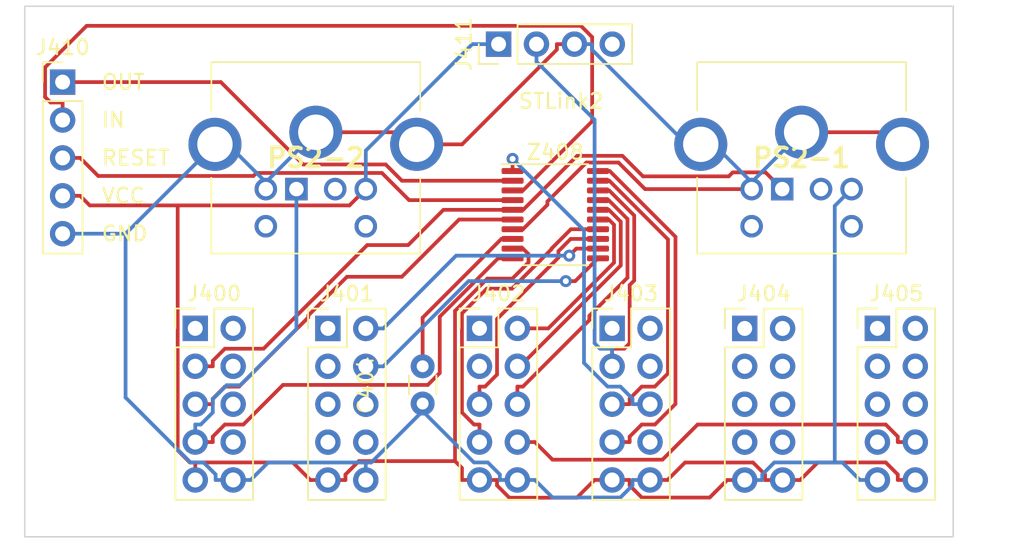
<source format=kicad_pcb>
(kicad_pcb (version 20211014) (generator pcbnew)
  (layers (0 "F.Cu" signal) (31 "B.Cu" signal) (34 "B.Paste" user) (35 "F.Paste" user) (36 "B.SilkS" user "B.Silkscreen") (37 "F.SilkS" user "F.Silkscreen") (38 "B.Mask" user) (39 "F.Mask" user) (44 "Edge.Cuts" user))
  (net 0 "")
  (net 1 "GND")
  (net 2 "/PA1")
  (net 3 "/PD1")
  (net 4 "/PA2")
  (net 5 "/PE5")
  (net 6 "/PA3")
  (net 7 "/PF4")
  (net 8 "VCC")
  (net 9 "/PB4")
  (net 10 "/PB5")
  (net 11 "/NRST")
  (net 12 "/PC5")
  (net 13 "/PC6")
  (net 14 "/PC3")
  (net 15 "/PC7")
  (net 16 "/PC4")
  (net 18 "/PS2-1-CLK")
  (net 21 "/PS2-2-CLK")
  (net 23 "/~{RESET}")
  (net 24 "Net-(Z408-Pad8)")
  (net 39 "/PD6")
  (net 40 "/PD5")
  (net 41 "/PD2")
  (net 42 "/PD4")
  (net 43 "/PD3")
  (net 59 "/OUT")
  (net 60 "/IN")
  (footprint "Connector_PinHeader_2.54mm:PinHeader_2x05_P2.54mm_Vertical" (layer "F.Cu") (at 120.65 72.39)
    (fp_text reference "J405" (at 1.27 -2.33) (layer "F.SilkS"))
    (fp_text value "Conn_02x05_Odd_Even")
    (fp_line (start -1.33 11.49) (end 3.87 11.49) (layer "F.SilkS") (width 0.12))
    (fp_line (start 3.87 -1.33) (end 3.87 11.49) (layer "F.SilkS") (width 0.12))
    (fp_line (start -1.33 0) (end -1.33 -1.33) (layer "F.SilkS") (width 0.12))
    (fp_line (start -1.33 1.27) (end -1.33 11.49) (layer "F.SilkS") (width 0.12))
    (fp_line (start -1.33 1.27) (end 1.27 1.27) (layer "F.SilkS") (width 0.12))
    (fp_line (start 1.27 -1.33) (end 3.87 -1.33) (layer "F.SilkS") (width 0.12))
    (fp_line (start -1.33 -1.33) (end 0 -1.33) (layer "F.SilkS") (width 0.12))
    (fp_line (start 1.27 1.27) (end 1.27 -1.33) (layer "F.SilkS") (width 0.12))
    (pad "1" thru_hole rect (at 0 0) (size 1.7 1.7) (drill 1) (layers *.Cu *.Mask))
    (pad "2" thru_hole oval (at 2.54 0) (size 1.7 1.7) (drill 1) (layers *.Cu *.Mask))
    (pad "3" thru_hole oval (at 0 2.54) (size 1.7 1.7) (drill 1) (layers *.Cu *.Mask))
    (pad "4" thru_hole oval (at 2.54 2.54) (size 1.7 1.7) (drill 1) (layers *.Cu *.Mask))
    (pad "5" thru_hole oval (at 0 5.08) (size 1.7 1.7) (drill 1) (layers *.Cu *.Mask))
    (pad "6" thru_hole oval (at 2.54 5.08) (size 1.7 1.7) (drill 1) (layers *.Cu *.Mask))
    (pad "7" thru_hole oval (at 0 7.62) (size 1.7 1.7) (drill 1) (layers *.Cu *.Mask))
    (pad "8" thru_hole oval (at 2.54 7.62) (size 1.7 1.7) (drill 1) (layers *.Cu *.Mask) (net 7 "/PF4"))
    (pad "9" thru_hole oval (at 0 10.16) (size 1.7 1.7) (drill 1) (layers *.Cu *.Mask) (net 8 "VCC"))
    (pad "10" thru_hole oval (at 2.54 10.16) (size 1.7 1.7) (drill 1) (layers *.Cu *.Mask) (net 1 "GND"))
  )
  (footprint "Connector_PinHeader_2.54mm:PinHeader_2x05_P2.54mm_Vertical" (layer "F.Cu") (at 93.98 72.39)
    (fp_text reference "J402" (at 1.27 -2.33) (layer "F.SilkS"))
    (fp_text value "Conn_02x05_Odd_Even")
    (fp_line (start 1.27 -1.33) (end 3.87 -1.33) (layer "F.SilkS") (width 0.12))
    (fp_line (start 1.27 1.27) (end 1.27 -1.33) (layer "F.SilkS") (width 0.12))
    (fp_line (start -1.33 -1.33) (end 0 -1.33) (layer "F.SilkS") (width 0.12))
    (fp_line (start -1.33 0) (end -1.33 -1.33) (layer "F.SilkS") (width 0.12))
    (fp_line (start 3.87 -1.33) (end 3.87 11.49) (layer "F.SilkS") (width 0.12))
    (fp_line (start -1.33 1.27) (end 1.27 1.27) (layer "F.SilkS") (width 0.12))
    (fp_line (start -1.33 1.27) (end -1.33 11.49) (layer "F.SilkS") (width 0.12))
    (fp_line (start -1.33 11.49) (end 3.87 11.49) (layer "F.SilkS") (width 0.12))
    (pad "1" thru_hole rect (at 0 0) (size 1.7 1.7) (drill 1) (layers *.Cu *.Mask))
    (pad "2" thru_hole oval (at 2.54 0) (size 1.7 1.7) (drill 1) (layers *.Cu *.Mask) (net 12 "/PC5"))
    (pad "3" thru_hole oval (at 0 2.54) (size 1.7 1.7) (drill 1) (layers *.Cu *.Mask))
    (pad "4" thru_hole oval (at 2.54 2.54) (size 1.7 1.7) (drill 1) (layers *.Cu *.Mask) (net 13 "/PC6"))
    (pad "5" thru_hole oval (at 0 5.08) (size 1.7 1.7) (drill 1) (layers *.Cu *.Mask) (net 14 "/PC3"))
    (pad "6" thru_hole oval (at 2.54 5.08) (size 1.7 1.7) (drill 1) (layers *.Cu *.Mask) (net 15 "/PC7"))
    (pad "7" thru_hole oval (at 0 7.62) (size 1.7 1.7) (drill 1) (layers *.Cu *.Mask) (net 16 "/PC4"))
    (pad "8" thru_hole oval (at 2.54 7.62) (size 1.7 1.7) (drill 1) (layers *.Cu *.Mask) (net 7 "/PF4"))
    (pad "9" thru_hole oval (at 0 10.16) (size 1.7 1.7) (drill 1) (layers *.Cu *.Mask) (net 8 "VCC"))
    (pad "10" thru_hole oval (at 2.54 10.16) (size 1.7 1.7) (drill 1) (layers *.Cu *.Mask) (net 1 "GND"))
  )
  (footprint "Connector_PinHeader_2.54mm:PinHeader_1x05_P2.54mm_Vertical" (layer "F.Cu") (at 66.04 55.885)
    (fp_text reference "J410" (at 0 -2.33) (layer "F.SilkS"))
    (fp_text value "Conn_01x5")
    (fp_line (start -1.33 11.49) (end 1.33 11.49) (layer "F.SilkS") (width 0.12))
    (fp_line (start -1.33 -1.33) (end 0 -1.33) (layer "F.SilkS") (width 0.12))
    (fp_line (start -1.33 1.27) (end 1.33 1.27) (layer "F.SilkS") (width 0.12))
    (fp_line (start -1.33 1.27) (end -1.33 11.49) (layer "F.SilkS") (width 0.12))
    (fp_line (start -1.33 0) (end -1.33 -1.33) (layer "F.SilkS") (width 0.12))
    (fp_line (start 1.33 1.27) (end 1.33 11.49) (layer "F.SilkS") (width 0.12))
    (pad "1" thru_hole rect (at 0 0) (size 1.7 1.7) (drill 1) (layers *.Cu *.Mask) (net 59 "/OUT"))
    (pad "2" thru_hole oval (at 0 2.54) (size 1.7 1.7) (drill 1) (layers *.Cu *.Mask) (net 60 "/IN"))
    (pad "3" thru_hole oval (at 0 5.08) (size 1.7 1.7) (drill 1) (layers *.Cu *.Mask) (net 23 "/~{RESET}"))
    (pad "4" thru_hole oval (at 0 7.62) (size 1.7 1.7) (drill 1) (layers *.Cu *.Mask) (net 8 "VCC"))
    (pad "5" thru_hole oval (at 0 10.16) (size 1.7 1.7) (drill 1) (layers *.Cu *.Mask) (net 1 "GND"))
  )
  (footprint "Package_SO:TSSOP-20_4.4x6.5mm_P0.65mm" (layer "F.Cu") (at 99.06 64.77)
    (fp_text reference "Z408" (at 0 -4.2) (layer "F.SilkS"))
    (fp_text value "STM8S003K3T")
    (fp_line (start 0 -3.385) (end -3.6 -3.385) (layer "F.SilkS") (width 0.12))
    (fp_line (start 0 -3.385) (end 2.2 -3.385) (layer "F.SilkS") (width 0.12))
    (fp_line (start 0 3.385) (end 2.2 3.385) (layer "F.SilkS") (width 0.12))
    (fp_line (start 0 3.385) (end -2.2 3.385) (layer "F.SilkS") (width 0.12))
    (pad "1" smd roundrect (at -2.8625 -2.925) (size 1.475 0.4) (layers "F.Cu" "F.Paste" "F.Mask") (net 42 "/PD4"))
    (pad "2" smd roundrect (at -2.8625 -2.275) (size 1.475 0.4) (layers "F.Cu" "F.Paste" "F.Mask") (net 59 "/OUT"))
    (pad "3" smd roundrect (at -2.8625 -1.625) (size 1.475 0.4) (layers "F.Cu" "F.Paste" "F.Mask") (net 60 "/IN"))
    (pad "4" smd roundrect (at -2.8625 -0.975) (size 1.475 0.4) (layers "F.Cu" "F.Paste" "F.Mask") (net 23 "/~{RESET}"))
    (pad "5" smd roundrect (at -2.8625 -0.325) (size 1.475 0.4) (layers "F.Cu" "F.Paste" "F.Mask") (net 2 "/PA1"))
    (pad "6" smd roundrect (at -2.8625 0.325) (size 1.475 0.4) (layers "F.Cu" "F.Paste" "F.Mask") (net 4 "/PA2"))
    (pad "7" smd roundrect (at -2.8625 0.975) (size 1.475 0.4) (layers "F.Cu" "F.Paste" "F.Mask") (net 1 "GND"))
    (pad "8" smd roundrect (at -2.8625 1.625) (size 1.475 0.4) (layers "F.Cu" "F.Paste" "F.Mask") (net 24 "Net-(Z408-Pad8)"))
    (pad "9" smd roundrect (at -2.8625 2.275) (size 1.475 0.4) (layers "F.Cu" "F.Paste" "F.Mask") (net 8 "VCC"))
    (pad "10" smd roundrect (at -2.8625 2.925) (size 1.475 0.4) (layers "F.Cu" "F.Paste" "F.Mask") (net 6 "/PA3"))
    (pad "11" smd roundrect (at 2.8625 2.925) (size 1.475 0.4) (layers "F.Cu" "F.Paste" "F.Mask") (net 10 "/PB5"))
    (pad "12" smd roundrect (at 2.8625 2.275) (size 1.475 0.4) (layers "F.Cu" "F.Paste" "F.Mask") (net 9 "/PB4"))
    (pad "13" smd roundrect (at 2.8625 1.625) (size 1.475 0.4) (layers "F.Cu" "F.Paste" "F.Mask") (net 14 "/PC3"))
    (pad "14" smd roundrect (at 2.8625 0.975) (size 1.475 0.4) (layers "F.Cu" "F.Paste" "F.Mask") (net 16 "/PC4"))
    (pad "15" smd roundrect (at 2.8625 0.325) (size 1.475 0.4) (layers "F.Cu" "F.Paste" "F.Mask") (net 12 "/PC5"))
    (pad "16" smd roundrect (at 2.8625 -0.325) (size 1.475 0.4) (layers "F.Cu" "F.Paste" "F.Mask") (net 13 "/PC6"))
    (pad "17" smd roundrect (at 2.8625 -0.975) (size 1.475 0.4) (layers "F.Cu" "F.Paste" "F.Mask") (net 15 "/PC7"))
    (pad "18" smd roundrect (at 2.8625 -1.625) (size 1.475 0.4) (layers "F.Cu" "F.Paste" "F.Mask") (net 3 "/PD1"))
    (pad "19" smd roundrect (at 2.8625 -2.275) (size 1.475 0.4) (layers "F.Cu" "F.Paste" "F.Mask") (net 41 "/PD2"))
    (pad "20" smd roundrect (at 2.8625 -2.925) (size 1.475 0.4) (layers "F.Cu" "F.Paste" "F.Mask") (net 43 "/PD3"))
  )
  (footprint "Capacitor_THT:C_Disc_D3.0mm_W1.6mm_P2.50mm" (layer "F.Cu") (at 90.17 74.93 -90)
    (fp_text reference "C404" (at 1.27 3.81 90) (layer "F.SilkS"))
    (fp_text value "1uf")
    (fp_line (start 0.621 0.92) (end 1.879 0.92) (layer "F.SilkS") (width 0.12))
    (fp_line (start 0.621 -0.92) (end 1.879 -0.92) (layer "F.SilkS") (width 0.12))
    (pad "1" thru_hole circle (at 0 0 270) (size 1.6 1.6) (drill 0.8) (layers *.Cu *.Mask) (net 24 "Net-(Z408-Pad8)"))
    (pad "2" thru_hole circle (at 2.5 0 270) (size 1.6 1.6) (drill 0.8) (layers *.Cu *.Mask) (net 1 "GND"))
  )
  (footprint "Connector_PinHeader_2.54mm:PinHeader_2x05_P2.54mm_Vertical" (layer "F.Cu") (at 111.755 72.395)
    (fp_text reference "J404" (at 1.27 -2.33) (layer "F.SilkS"))
    (fp_text value "Conn_02x05_Odd_Even")
    (fp_line (start -1.33 1.27) (end -1.33 11.49) (layer "F.SilkS") (width 0.12))
    (fp_line (start 1.27 -1.33) (end 3.87 -1.33) (layer "F.SilkS") (width 0.12))
    (fp_line (start -1.33 0) (end -1.33 -1.33) (layer "F.SilkS") (width 0.12))
    (fp_line (start -1.33 1.27) (end 1.27 1.27) (layer "F.SilkS") (width 0.12))
    (fp_line (start 1.27 1.27) (end 1.27 -1.33) (layer "F.SilkS") (width 0.12))
    (fp_line (start 3.87 -1.33) (end 3.87 11.49) (layer "F.SilkS") (width 0.12))
    (fp_line (start -1.33 11.49) (end 3.87 11.49) (layer "F.SilkS") (width 0.12))
    (fp_line (start -1.33 -1.33) (end 0 -1.33) (layer "F.SilkS") (width 0.12))
    (pad "1" thru_hole rect (at 0 0) (size 1.7 1.7) (drill 1) (layers *.Cu *.Mask))
    (pad "2" thru_hole oval (at 2.54 0) (size 1.7 1.7) (drill 1) (layers *.Cu *.Mask))
    (pad "3" thru_hole oval (at 0 2.54) (size 1.7 1.7) (drill 1) (layers *.Cu *.Mask))
    (pad "4" thru_hole oval (at 2.54 2.54) (size 1.7 1.7) (drill 1) (layers *.Cu *.Mask))
    (pad "5" thru_hole oval (at 0 5.08) (size 1.7 1.7) (drill 1) (layers *.Cu *.Mask))
    (pad "6" thru_hole oval (at 2.54 5.08) (size 1.7 1.7) (drill 1) (layers *.Cu *.Mask) (net 5 "/PE5"))
    (pad "7" thru_hole oval (at 0 7.62) (size 1.7 1.7) (drill 1) (layers *.Cu *.Mask))
    (pad "8" thru_hole oval (at 2.54 7.62) (size 1.7 1.7) (drill 1) (layers *.Cu *.Mask))
    (pad "9" thru_hole oval (at 0 10.16) (size 1.7 1.7) (drill 1) (layers *.Cu *.Mask) (net 8 "VCC"))
    (pad "10" thru_hole oval (at 2.54 10.16) (size 1.7 1.7) (drill 1) (layers *.Cu *.Mask) (net 1 "GND"))
  )
  (footprint "ExtraFootprints:57492661" (layer "F.Cu") (at 114.27 63.055 180)
    (fp_text reference "PS2-1" (at -1.3 2.095 180) (layer "F.SilkS") (effects (font (size 1.27 1.27) (thickness 0.254))))
    (fp_text value "Mini-DIN-6" hide)
    (fp_line (start 5.7 8.51) (end -8.3 8.51) (layer "F.SilkS") (width 0.1))
    (fp_line (start 5.7 5.26) (end 5.7 8.51) (layer "F.SilkS") (width 0.1))
    (fp_line (start 5.7 8.51) (end 5.7 8.51) (layer "F.SilkS") (width 0.1))
    (fp_line (start 5.7 8.51) (end 5.7 5.26) (layer "F.SilkS") (width 0.1))
    (fp_line (start -8.3 -4.32) (end 5.7 -4.32) (layer "F.SilkS") (width 0.1))
    (fp_line (start -8.3 8.51) (end 5.7 8.51) (layer "F.SilkS") (width 0.1))
    (fp_line (start 5.7 8.51) (end 5.7 8.51) (layer "F.SilkS") (width 0.1))
    (fp_line (start -8.3 -4.32) (end -8.3 -4.32) (layer "F.SilkS") (width 0.1))
    (fp_line (start 5.7 0.76) (end 5.7 0.76) (layer "F.SilkS") (width 0.1))
    (fp_line (start -8.3 0.76) (end -8.3 0.76) (layer "F.SilkS") (width 0.1))
    (fp_line (start 5.7 0.76) (end 5.7 -4.32) (layer "F.SilkS") (width 0.1))
    (fp_line (start -8.3 -4.32) (end -8.3 -4.32) (layer "F.SilkS") (width 0.1))
    (fp_line (start -8.3 5.26) (end -8.3 5.26) (layer "F.SilkS") (width 0.1))
    (fp_line (start 5.7 5.26) (end 5.7 5.26) (layer "F.SilkS") (width 0.1))
    (fp_line (start -8.3 8.51) (end -8.3 8.51) (layer "F.SilkS") (width 0.1))
    (fp_line (start -8.3 5.26) (end -8.3 8.51) (layer "F.SilkS") (width 0.1))
    (fp_line (start 5.7 -4.32) (end -8.3 -4.32) (layer "F.SilkS") (width 0.1))
    (fp_line (start -8.3 -4.32) (end -8.3 0.76) (layer "F.SilkS") (width 0.1))
    (fp_line (start 5.7 -4.32) (end 5.7 -4.32) (layer "F.SilkS") (width 0.1))
    (fp_line (start 5.7 -4.32) (end 5.7 0.76) (layer "F.SilkS") (width 0.1))
    (fp_line (start 5.7 -4.32) (end 5.7 -4.32) (layer "F.SilkS") (width 0.1))
    (fp_line (start -8.3 8.51) (end -8.3 8.51) (layer "F.SilkS") (width 0.1))
    (fp_line (start -8.3 0.76) (end -8.3 -4.32) (layer "F.SilkS") (width 0.1))
    (fp_line (start -8.3 8.51) (end -8.3 5.26) (layer "F.SilkS") (width 0.1))
    (pad "1" thru_hole rect (at 0 0 180) (size 1.509 1.509) (drill 0.97) (layers *.Cu *.Mask) (net 2 "/PA1"))
    (pad "2" thru_hole circle (at -2.6 0 180) (size 1.509 1.509) (drill 0.97) (layers *.Cu *.Mask))
    (pad "3" thru_hole circle (at 2.05 0 180) (size 1.509 1.509) (drill 0.97) (layers *.Cu *.Mask) (net 1 "GND"))
    (pad "4" thru_hole circle (at -4.65 0 180) (size 1.509 1.509) (drill 0.97) (layers *.Cu *.Mask) (net 8 "VCC"))
    (pad "5" thru_hole circle (at 2.05 -2.49 180) (size 1.509 1.509) (drill 0.97) (layers *.Cu *.Mask) (net 18 "/PS2-1-CLK"))
    (pad "6" thru_hole circle (at -4.65 -2.49 180) (size 1.509 1.509) (drill 0.97) (layers *.Cu *.Mask))
    (pad "MH1" thru_hole circle (at -1.3 3.81 180) (size 3.555 3.555) (drill 2.37) (layers *.Cu *.Mask) (net 1 "GND"))
    (pad "MH2" thru_hole circle (at -8.06 3 180) (size 3.555 3.555) (drill 2.37) (layers *.Cu *.Mask) (net 1 "GND"))
    (pad "MH3" thru_hole circle (at 5.46 3 180) (size 3.555 3.555) (drill 2.37) (layers *.Cu *.Mask) (net 1 "GND"))
  )
  (footprint "Connector_PinHeader_2.54mm:PinHeader_2x05_P2.54mm_Vertical" (layer "F.Cu") (at 102.87 72.39)
    (fp_text reference "J403" (at 1.27 -2.33) (layer "F.SilkS"))
    (fp_text value "Conn_02x05_Odd_Even")
    (fp_line (start -1.33 0) (end -1.33 -1.33) (layer "F.SilkS") (width 0.12))
    (fp_line (start -1.33 1.27) (end 1.27 1.27) (layer "F.SilkS") (width 0.12))
    (fp_line (start -1.33 -1.33) (end 0 -1.33) (layer "F.SilkS") (width 0.12))
    (fp_line (start 1.27 1.27) (end 1.27 -1.33) (layer "F.SilkS") (width 0.12))
    (fp_line (start 3.87 -1.33) (end 3.87 11.49) (layer "F.SilkS") (width 0.12))
    (fp_line (start -1.33 1.27) (end -1.33 11.49) (layer "F.SilkS") (width 0.12))
    (fp_line (start -1.33 11.49) (end 3.87 11.49) (layer "F.SilkS") (width 0.12))
    (fp_line (start 1.27 -1.33) (end 3.87 -1.33) (layer "F.SilkS") (width 0.12))
    (pad "1" thru_hole rect (at 0 0) (size 1.7 1.7) (drill 1) (layers *.Cu *.Mask))
    (pad "2" thru_hole oval (at 2.54 0) (size 1.7 1.7) (drill 1) (layers *.Cu *.Mask) (net 39 "/PD6"))
    (pad "3" thru_hole oval (at 0 2.54) (size 1.7 1.7) (drill 1) (layers *.Cu *.Mask) (net 3 "/PD1"))
    (pad "4" thru_hole oval (at 2.54 2.54) (size 1.7 1.7) (drill 1) (layers *.Cu *.Mask) (net 40 "/PD5"))
    (pad "5" thru_hole oval (at 0 5.08) (size 1.7 1.7) (drill 1) (layers *.Cu *.Mask) (net 41 "/PD2"))
    (pad "6" thru_hole oval (at 2.54 5.08) (size 1.7 1.7) (drill 1) (layers *.Cu *.Mask) (net 42 "/PD4"))
    (pad "7" thru_hole oval (at 0 7.62) (size 1.7 1.7) (drill 1) (layers *.Cu *.Mask) (net 43 "/PD3"))
    (pad "8" thru_hole oval (at 2.54 7.62) (size 1.7 1.7) (drill 1) (layers *.Cu *.Mask))
    (pad "9" thru_hole oval (at 0 10.16) (size 1.7 1.7) (drill 1) (layers *.Cu *.Mask) (net 8 "VCC"))
    (pad "10" thru_hole oval (at 2.54 10.16) (size 1.7 1.7) (drill 1) (layers *.Cu *.Mask) (net 1 "GND"))
  )
  (footprint "ExtraFootprints:57492661" (layer "F.Cu") (at 81.71 63.055 180)
    (fp_text reference "PS2-2" (at -1.3 2.095 180) (layer "F.SilkS") (effects (font (size 1.27 1.27) (thickness 0.254))))
    (fp_text value "Mini-DIN-6" hide)
    (fp_line (start 5.7 8.51) (end -8.3 8.51) (layer "F.SilkS") (width 0.1))
    (fp_line (start 5.7 5.26) (end 5.7 8.51) (layer "F.SilkS") (width 0.1))
    (fp_line (start -8.3 -4.32) (end -8.3 0.76) (layer "F.SilkS") (width 0.1))
    (fp_line (start -8.3 0.76) (end -8.3 0.76) (layer "F.SilkS") (width 0.1))
    (fp_line (start 5.7 8.51) (end 5.7 5.26) (layer "F.SilkS") (width 0.1))
    (fp_line (start 5.7 0.76) (end 5.7 -4.32) (layer "F.SilkS") (width 0.1))
    (fp_line (start -8.3 8.51) (end -8.3 8.51) (layer "F.SilkS") (width 0.1))
    (fp_line (start 5.7 -4.32) (end 5.7 0.76) (layer "F.SilkS") (width 0.1))
    (fp_line (start -8.3 -4.32) (end -8.3 -4.32) (layer "F.SilkS") (width 0.1))
    (fp_line (start -8.3 0.76) (end -8.3 -4.32) (layer "F.SilkS") (width 0.1))
    (fp_line (start 5.7 5.26) (end 5.7 5.26) (layer "F.SilkS") (width 0.1))
    (fp_line (start -8.3 8.51) (end -8.3 5.26) (layer "F.SilkS") (width 0.1))
    (fp_line (start -8.3 8.51) (end 5.7 8.51) (layer "F.SilkS") (width 0.1))
    (fp_line (start 5.7 8.51) (end 5.7 8.51) (layer "F.SilkS") (width 0.1))
    (fp_line (start -8.3 -4.32) (end 5.7 -4.32) (layer "F.SilkS") (width 0.1))
    (fp_line (start 5.7 -4.32) (end 5.7 -4.32) (layer "F.SilkS") (width 0.1))
    (fp_line (start 5.7 -4.32) (end -8.3 -4.32) (layer "F.SilkS") (width 0.1))
    (fp_line (start 5.7 0.76) (end 5.7 0.76) (layer "F.SilkS") (width 0.1))
    (fp_line (start -8.3 5.26) (end -8.3 8.51) (layer "F.SilkS") (width 0.1))
    (fp_line (start -8.3 5.26) (end -8.3 5.26) (layer "F.SilkS") (width 0.1))
    (fp_line (start -8.3 8.51) (end -8.3 8.51) (layer "F.SilkS") (width 0.1))
    (fp_line (start -8.3 -4.32) (end -8.3 -4.32) (layer "F.SilkS") (width 0.1))
    (fp_line (start 5.7 -4.32) (end 5.7 -4.32) (layer "F.SilkS") (width 0.1))
    (fp_line (start 5.7 8.51) (end 5.7 8.51) (layer "F.SilkS") (width 0.1))
    (pad "1" thru_hole rect (at 0 0 180) (size 1.509 1.509) (drill 0.97) (layers *.Cu *.Mask) (net 6 "/PA3"))
    (pad "2" thru_hole circle (at -2.6 0 180) (size 1.509 1.509) (drill 0.97) (layers *.Cu *.Mask))
    (pad "3" thru_hole circle (at 2.05 0 180) (size 1.509 1.509) (drill 0.97) (layers *.Cu *.Mask) (net 1 "GND"))
    (pad "4" thru_hole circle (at -4.65 0 180) (size 1.509 1.509) (drill 0.97) (layers *.Cu *.Mask) (net 8 "VCC"))
    (pad "5" thru_hole circle (at 2.05 -2.49 180) (size 1.509 1.509) (drill 0.97) (layers *.Cu *.Mask) (net 21 "/PS2-2-CLK"))
    (pad "6" thru_hole circle (at -4.65 -2.49 180) (size 1.509 1.509) (drill 0.97) (layers *.Cu *.Mask))
    (pad "MH1" thru_hole circle (at -1.3 3.81 180) (size 3.555 3.555) (drill 2.37) (layers *.Cu *.Mask) (net 1 "GND"))
    (pad "MH2" thru_hole circle (at -8.06 3 180) (size 3.555 3.555) (drill 2.37) (layers *.Cu *.Mask) (net 1 "GND"))
    (pad "MH3" thru_hole circle (at 5.46 3 180) (size 3.555 3.555) (drill 2.37) (layers *.Cu *.Mask) (net 1 "GND"))
  )
  (footprint "Connector_PinHeader_2.54mm:PinHeader_2x05_P2.54mm_Vertical" (layer "F.Cu") (at 74.93 72.39)
    (fp_text reference "J400" (at 1.27 -2.33) (layer "F.SilkS"))
    (fp_text value "Conn_02x05_Odd_Even")
    (fp_line (start 1.27 -1.33) (end 3.87 -1.33) (layer "F.SilkS") (width 0.12))
    (fp_line (start 3.87 -1.33) (end 3.87 11.49) (layer "F.SilkS") (width 0.12))
    (fp_line (start 1.27 1.27) (end 1.27 -1.33) (layer "F.SilkS") (width 0.12))
    (fp_line (start -1.33 0) (end -1.33 -1.33) (layer "F.SilkS") (width 0.12))
    (fp_line (start -1.33 1.27) (end 1.27 1.27) (layer "F.SilkS") (width 0.12))
    (fp_line (start -1.33 1.27) (end -1.33 11.49) (layer "F.SilkS") (width 0.12))
    (fp_line (start -1.33 -1.33) (end 0 -1.33) (layer "F.SilkS") (width 0.12))
    (fp_line (start -1.33 11.49) (end 3.87 11.49) (layer "F.SilkS") (width 0.12))
    (pad "1" thru_hole rect (at 0 0) (size 1.7 1.7) (drill 1) (layers *.Cu *.Mask))
    (pad "2" thru_hole oval (at 2.54 0) (size 1.7 1.7) (drill 1) (layers *.Cu *.Mask))
    (pad "3" thru_hole oval (at 0 2.54) (size 1.7 1.7) (drill 1) (layers *.Cu *.Mask) (net 2 "/PA1"))
    (pad "4" thru_hole oval (at 2.54 2.54) (size 1.7 1.7) (drill 1) (layers *.Cu *.Mask))
    (pad "5" thru_hole oval (at 0 5.08) (size 1.7 1.7) (drill 1) (layers *.Cu *.Mask) (net 4 "/PA2"))
    (pad "6" thru_hole oval (at 2.54 5.08) (size 1.7 1.7) (drill 1) (layers *.Cu *.Mask))
    (pad "7" thru_hole oval (at 0 7.62) (size 1.7 1.7) (drill 1) (layers *.Cu *.Mask) (net 6 "/PA3"))
    (pad "8" thru_hole oval (at 2.54 7.62) (size 1.7 1.7) (drill 1) (layers *.Cu *.Mask))
    (pad "9" thru_hole oval (at 0 10.16) (size 1.7 1.7) (drill 1) (layers *.Cu *.Mask) (net 8 "VCC"))
    (pad "10" thru_hole oval (at 2.54 10.16) (size 1.7 1.7) (drill 1) (layers *.Cu *.Mask) (net 1 "GND"))
  )
  (footprint "Connector_PinHeader_2.54mm:PinHeader_1x04_P2.54mm_Vertical" (layer "F.Cu") (at 95.26 53.34 90)
    (fp_text reference "J411" (at 0 -2.33 90) (layer "F.SilkS"))
    (fp_text value "STLink2")
    (fp_line (start -1.33 1.27) (end -1.33 8.95) (layer "F.SilkS") (width 0.12))
    (fp_line (start -1.33 1.27) (end 1.33 1.27) (layer "F.SilkS") (width 0.12))
    (fp_line (start 1.33 1.27) (end 1.33 8.95) (layer "F.SilkS") (width 0.12))
    (fp_line (start -1.33 -1.33) (end 0 -1.33) (layer "F.SilkS") (width 0.12))
    (fp_line (start -1.33 8.95) (end 1.33 8.95) (layer "F.SilkS") (width 0.12))
    (fp_line (start -1.33 0) (end -1.33 -1.33) (layer "F.SilkS") (width 0.12))
    (pad "1" thru_hole rect (at 0 0 90) (size 1.7 1.7) (drill 1) (layers *.Cu *.Mask) (net 8 "VCC"))
    (pad "2" thru_hole oval (at 0 2.54 90) (size 1.7 1.7) (drill 1) (layers *.Cu *.Mask) (net 3 "/PD1"))
    (pad "3" thru_hole oval (at 0 5.08 90) (size 1.7 1.7) (drill 1) (layers *.Cu *.Mask) (net 1 "GND"))
    (pad "4" thru_hole oval (at 0 7.62 90) (size 1.7 1.7) (drill 1) (layers *.Cu *.Mask) (net 11 "/NRST"))
  )
  (footprint "Connector_PinHeader_2.54mm:PinHeader_2x05_P2.54mm_Vertical" (layer "F.Cu") (at 83.82 72.395)
    (fp_text reference "J401" (at 1.27 -2.33) (layer "F.SilkS"))
    (fp_text value "Conn_02x05_Odd_Even")
    (fp_line (start 3.87 -1.33) (end 3.87 11.49) (layer "F.SilkS") (width 0.12))
    (fp_line (start 1.27 -1.33) (end 3.87 -1.33) (layer "F.SilkS") (width 0.12))
    (fp_line (start -1.33 -1.33) (end 0 -1.33) (layer "F.SilkS") (width 0.12))
    (fp_line (start -1.33 0) (end -1.33 -1.33) (layer "F.SilkS") (width 0.12))
    (fp_line (start 1.27 1.27) (end 1.27 -1.33) (layer "F.SilkS") (width 0.12))
    (fp_line (start -1.33 1.27) (end 1.27 1.27) (layer "F.SilkS") (width 0.12))
    (fp_line (start -1.33 1.27) (end -1.33 11.49) (layer "F.SilkS") (width 0.12))
    (fp_line (start -1.33 11.49) (end 3.87 11.49) (layer "F.SilkS") (width 0.12))
    (pad "1" thru_hole rect (at 0 0) (size 1.7 1.7) (drill 1) (layers *.Cu *.Mask))
    (pad "2" thru_hole oval (at 2.54 0) (size 1.7 1.7) (drill 1) (layers *.Cu *.Mask) (net 9 "/PB4"))
    (pad "3" thru_hole oval (at 0 2.54) (size 1.7 1.7) (drill 1) (layers *.Cu *.Mask))
    (pad "4" thru_hole oval (at 2.54 2.54) (size 1.7 1.7) (drill 1) (layers *.Cu *.Mask) (net 10 "/PB5"))
    (pad "5" thru_hole oval (at 0 5.08) (size 1.7 1.7) (drill 1) (layers *.Cu *.Mask))
    (pad "6" thru_hole oval (at 2.54 5.08) (size 1.7 1.7) (drill 1) (layers *.Cu *.Mask))
    (pad "7" thru_hole oval (at 0 7.62) (size 1.7 1.7) (drill 1) (layers *.Cu *.Mask))
    (pad "8" thru_hole oval (at 2.54 7.62) (size 1.7 1.7) (drill 1) (layers *.Cu *.Mask))
    (pad "9" thru_hole oval (at 0 10.16) (size 1.7 1.7) (drill 1) (layers *.Cu *.Mask) (net 8 "VCC"))
    (pad "10" thru_hole oval (at 2.54 10.16) (size 1.7 1.7) (drill 1) (layers *.Cu *.Mask) (net 1 "GND"))
  )
  (gr_rect (start 63.5 50.8) (end 125.73 86.36) (layer "Edge.Cuts") (width 0.1) (fill none))
  (gr_text "IN" (at 68.58 58.42) (layer "F.SilkS") (effects (font (size 1 1)) (justify left)))
  (gr_text "VCC" (at 68.58 63.5) (layer "F.SilkS") (effects (font (size 1 1)) (justify left)))
  (gr_text "GND" (at 68.58 66.04) (layer "F.SilkS") (effects (font (size 1 1)) (justify left)))
  (gr_text "STLink2" (at 96.52 57.15) (layer "F.SilkS") (effects (font (size 1 1)) (justify left)))
  (gr_text "OUT" (at 68.58 55.88) (layer "F.SilkS") (effects (font (size 1 1)) (justify left)))
  (gr_text "RESET" (at 68.58 60.96) (layer "F.SilkS") (effects (font (size 1 1)) (justify left)))
  (segment (start 115.4703 82.555) (end 116.6506 81.3747) (width 0.25) (layer "F.Cu") (net 1))
  (segment (start 83.01 59.245) (end 88.96 59.245) (width 0.25) (layer "F.Cu") (net 1))
  (segment (start 106.5853 82.55) (end 107.7556 81.3797) (width 0.25) (layer "F.Cu") (net 1))
  (segment (start 105.076 63.055) (end 112.22 63.055) (width 0.25) (layer "F.Cu") (net 1))
  (segment (start 114.295 82.555) (end 113.1197 82.555) (width 0.25) (layer "F.Cu") (net 1))
  (segment (start 116.6506 81.3747) (end 121.2068 81.3747) (width 0.25) (layer "F.Cu") (net 1))
  (segment (start 103.2967 61.2757) (end 105.076 63.055) (width 0.25) (layer "F.Cu") (net 1))
  (segment (start 96.1975 65.745) (end 96.8927 65.745) (width 0.25) (layer "F.Cu") (net 1))
  (segment (start 123.19 82.55) (end 122.0147 82.55) (width 0.25) (layer "F.Cu") (net 1))
  (segment (start 99.1647 53.34) (end 99.1647 53.7073) (width 0.25) (layer "F.Cu") (net 1))
  (segment (start 114.295 82.555) (end 115.4703 82.555) (width 0.25) (layer "F.Cu") (net 1))
  (segment (start 115.57 59.245) (end 121.52 59.245) (width 0.25) (layer "F.Cu") (net 1))
  (segment (start 112.3118 81.3797) (end 113.1197 82.1876) (width 0.25) (layer "F.Cu") (net 1))
  (segment (start 113.1197 82.1876) (end 113.1197 82.555) (width 0.25) (layer "F.Cu") (net 1))
  (segment (start 121.2068 81.3747) (end 122.0147 82.1826) (width 0.25) (layer "F.Cu") (net 1))
  (segment (start 99.1647 53.7073) (end 92.817 60.055) (width 0.25) (layer "F.Cu") (net 1))
  (segment (start 98.5274 64.1103) (end 98.5274 63.8944) (width 0.25) (layer "F.Cu") (net 1))
  (segment (start 107.7556 81.3797) (end 112.3118 81.3797) (width 0.25) (layer "F.Cu") (net 1))
  (segment (start 92.817 60.055) (end 89.77 60.055) (width 0.25) (layer "F.Cu") (net 1))
  (segment (start 96.8927 65.745) (end 98.5274 64.1103) (width 0.25) (layer "F.Cu") (net 1))
  (segment (start 98.5274 63.8944) (end 101.1461 61.2757) (width 0.25) (layer "F.Cu") (net 1))
  (segment (start 88.96 59.245) (end 89.77 60.055) (width 0.25) (layer "F.Cu") (net 1))
  (segment (start 100.34 53.34) (end 99.1647 53.34) (width 0.25) (layer "F.Cu") (net 1))
  (segment (start 121.52 59.245) (end 122.33 60.055) (width 0.25) (layer "F.Cu") (net 1))
  (segment (start 101.1461 61.2757) (end 103.2967 61.2757) (width 0.25) (layer "F.Cu") (net 1))
  (segment (start 105.41 82.55) (end 106.5853 82.55) (width 0.25) (layer "F.Cu") (net 1))
  (segment (start 122.0147 82.1826) (end 122.0147 82.55) (width 0.25) (layer "F.Cu") (net 1))
  (segment (start 101.5153 53.7073) (end 101.5153 53.34) (width 0.25) (layer "B.Cu") (net 1))
  (segment (start 93.6077 81.3747) (end 94.5368 81.3747) (width 0.25) (layer "B.Cu") (net 1))
  (segment (start 86.7273 81.3797) (end 86.36 81.3797) (width 0.25) (layer "B.Cu") (net 1))
  (segment (start 98.8706 83.7253) (end 97.6953 82.55) (width 0.25) (layer "B.Cu") (net 1))
  (segment (start 104.2347 82.9173) (end 103.4267 83.7253) (width 0.25) (layer "B.Cu") (net 1))
  (segment (start 96.52 82.55) (end 95.3447 82.55) (width 0.25) (layer "B.Cu") (net 1))
  (segment (start 86.36 81.3797) (end 79.8156 81.3797) (width 0.25) (layer "B.Cu") (net 1))
  (segment (start 96.52 82.55) (end 97.6953 82.55) (width 0.25) (layer "B.Cu") (net 1))
  (segment (start 95.3447 82.1826) (end 95.3447 82.55) (width 0.25) (layer "B.Cu") (net 1))
  (segment (start 94.5368 81.3747) (end 95.3447 82.1826) (width 0.25) (layer "B.Cu") (net 1))
  (segment (start 112.22 62.595) (end 112.22 63.055) (width 0.25) (layer "B.Cu") (net 1))
  (segment (start 76.2947 82.55) (end 76.2947 82.1826) (width 0.25) (layer "B.Cu") (net 1))
  (segment (start 70.26 77.0236) (end 70.26 66.045) (width 0.25) (layer "B.Cu") (net 1))
  (segment (start 74.6111 81.3747) (end 70.26 77.0236) (width 0.25) (layer "B.Cu") (net 1))
  (segment (start 90.17 77.43) (end 90.17 77.937) (width 0.25) (layer "B.Cu") (net 1))
  (segment (start 108.81 60.055) (end 107.863 60.055) (width 0.25) (layer "B.Cu") (net 1))
  (segment (start 86.36 82.555) (end 86.36 81.3797) (width 0.25) (layer "B.Cu") (net 1))
  (segment (start 83.01 59.245) (end 79.66 62.595) (width 0.25) (layer "B.Cu") (net 1))
  (segment (start 70.26 66.045) (end 66.04 66.045) (width 0.25) (layer "B.Cu") (net 1))
  (segment (start 77.47 82.55) (end 78.6453 82.55) (width 0.25) (layer "B.Cu") (net 1))
  (segment (start 76.25 60.055) (end 77.12 60.055) (width 0.25) (layer "B.Cu") (net 1))
  (segment (start 76.2947 82.1826) (end 75.4868 81.3747) (width 0.25) (layer "B.Cu") (net 1))
  (segment (start 109.68 60.055) (end 108.81 60.055) (width 0.25) (layer "B.Cu") (net 1))
  (segment (start 90.17 77.937) (end 86.7273 81.3797) (width 0.25) (layer "B.Cu") (net 1))
  (segment (start 79.8156 81.3797) (end 78.6453 82.55) (width 0.25) (layer "B.Cu") (net 1))
  (segment (start 79.66 62.595) (end 79.66 63.055) (width 0.25) (layer "B.Cu") (net 1))
  (segment (start 100.34 53.34) (end 101.5153 53.34) (width 0.25) (layer "B.Cu") (net 1))
  (segment (start 77.12 60.055) (end 79.66 62.595) (width 0.25) (layer "B.Cu") (net 1))
  (segment (start 90.17 77.937) (end 93.6077 81.3747) (width 0.25) (layer "B.Cu") (net 1))
  (segment (start 105.41 82.55) (end 104.2347 82.55) (width 0.25) (layer "B.Cu") (net 1))
  (segment (start 103.4267 83.7253) (end 98.8706 83.7253) (width 0.25) (layer "B.Cu") (net 1))
  (segment (start 115.57 59.245) (end 112.22 62.595) (width 0.25) (layer "B.Cu") (net 1))
  (segment (start 107.863 60.055) (end 101.5153 53.7073) (width 0.25) (layer "B.Cu") (net 1))
  (segment (start 104.2347 82.55) (end 104.2347 82.9173) (width 0.25) (layer "B.Cu") (net 1))
  (segment (start 112.22 62.595) (end 109.68 60.055) (width 0.25) (layer "B.Cu") (net 1))
  (segment (start 76.25 60.055) (end 70.26 66.045) (width 0.25) (layer "B.Cu") (net 1))
  (segment (start 77.47 82.55) (end 76.2947 82.55) (width 0.25) (layer "B.Cu") (net 1))
  (segment (start 75.4868 81.3747) (end 74.6111 81.3747) (width 0.25) (layer "B.Cu") (net 1))
  (segment (start 79.5083 73.7547) (end 86.4555 66.8075) (width 0.25) (layer "F.Cu") (net 2))
  (segment (start 96.9047 64.445) (end 100.5244 60.8253) (width 0.25) (layer "F.Cu") (net 2))
  (segment (start 110.6876 62.2004) (end 110.954 61.934) (width 0.25) (layer "F.Cu") (net 2))
  (segment (start 103.56 60.8253) (end 104.9351 62.2004) (width 0.25) (layer "F.Cu") (net 2))
  (segment (start 96.1975 64.445) (end 96.9047 64.445) (width 0.25) (layer "F.Cu") (net 2))
  (segment (start 76.1053 74.5626) (end 76.9132 73.7547) (width 0.25) (layer "F.Cu") (net 2))
  (segment (start 74.93 74.93) (end 76.1053 74.93) (width 0.25) (layer "F.Cu") (net 2))
  (segment (start 86.4555 66.8075) (end 89.1992 66.8075) (width 0.25) (layer "F.Cu") (net 2))
  (segment (start 100.5244 60.8253) (end 103.56 60.8253) (width 0.25) (layer "F.Cu") (net 2))
  (segment (start 104.9351 62.2004) (end 110.6876 62.2004) (width 0.25) (layer "F.Cu") (net 2))
  (segment (start 76.9132 73.7547) (end 79.5083 73.7547) (width 0.25) (layer "F.Cu") (net 2))
  (segment (start 76.1053 74.93) (end 76.1053 74.5626) (width 0.25) (layer "F.Cu") (net 2))
  (segment (start 91.5617 64.445) (end 96.1975 64.445) (width 0.25) (layer "F.Cu") (net 2))
  (segment (start 113.149 61.934) (end 114.27 63.055) (width 0.25) (layer "F.Cu") (net 2))
  (segment (start 110.954 61.934) (end 113.149 61.934) (width 0.25) (layer "F.Cu") (net 2))
  (segment (start 89.1992 66.8075) (end 91.5617 64.445) (width 0.25) (layer "F.Cu") (net 2))
  (segment (start 102.6711 63.145) (end 101.9225 63.145) (width 0.25) (layer "F.Cu") (net 3))
  (segment (start 104.3495 64.8234) (end 102.6711 63.145) (width 0.25) (layer "F.Cu") (net 3))
  (segment (start 104.0453 69.4852) (end 104.3495 69.181) (width 0.25) (layer "F.Cu") (net 3))
  (segment (start 103.6781 73.7547) (end 104.0453 73.3875) (width 0.25) (layer "F.Cu") (net 3))
  (segment (start 104.3495 69.181) (end 104.3495 64.8234) (width 0.25) (layer "F.Cu") (net 3))
  (segment (start 102.87 73.7547) (end 103.6781 73.7547) (width 0.25) (layer "F.Cu") (net 3))
  (segment (start 102.87 74.93) (end 102.87 73.7547) (width 0.25) (layer "F.Cu") (net 3))
  (segment (start 104.0453 73.3875) (end 104.0453 69.4852) (width 0.25) (layer "F.Cu") (net 3))
  (segment (start 102.87 74.93) (end 102.87 73.7547) (width 0.25) (layer "B.Cu") (net 3))
  (segment (start 101.6947 73.3875) (end 101.6947 58.41) (width 0.25) (layer "B.Cu") (net 3))
  (segment (start 102.0619 73.7547) (end 101.6947 73.3875) (width 0.25) (layer "B.Cu") (net 3))
  (segment (start 97.8 53.34) (end 97.8 54.5153) (width 0.25) (layer "B.Cu") (net 3))
  (segment (start 101.6947 58.41) (end 97.8 54.5153) (width 0.25) (layer "B.Cu") (net 3))
  (segment (start 102.87 73.7547) (end 102.0619 73.7547) (width 0.25) (layer "B.Cu") (net 3))
  (segment (start 85.0963 68.9344) (end 88.7725 68.9344) (width 0.25) (layer "F.Cu") (net 4))
  (segment (start 88.7725 68.9344) (end 92.6119 65.095) (width 0.25) (layer "F.Cu") (net 4))
  (segment (start 82.5032 71.5275) (end 85.0963 68.9344) (width 0.25) (layer "F.Cu") (net 4))
  (segment (start 74.93 77.47) (end 76.1053 77.47) (width 0.25) (layer "F.Cu") (net 4))
  (segment (start 76.1053 77.47) (end 76.1053 77.1026) (width 0.25) (layer "F.Cu") (net 4))
  (segment (start 76.9132 76.2947) (end 77.8668 76.2947) (width 0.25) (layer "F.Cu") (net 4))
  (segment (start 82.5032 71.6583) (end 82.5032 71.5275) (width 0.25) (layer "F.Cu") (net 4))
  (segment (start 77.8668 76.2947) (end 82.5032 71.6583) (width 0.25) (layer "F.Cu") (net 4))
  (segment (start 76.1053 77.1026) (end 76.9132 76.2947) (width 0.25) (layer "F.Cu") (net 4))
  (segment (start 92.6119 65.095) (end 96.1975 65.095) (width 0.25) (layer "F.Cu") (net 4))
  (segment (start 76.1053 79.6426) (end 76.9132 78.8347) (width 0.25) (layer "F.Cu") (net 6))
  (segment (start 76.9132 78.8347) (end 78.1553 78.8347) (width 0.25) (layer "F.Cu") (net 6))
  (segment (start 80.81 76.18) (end 90.5169 76.18) (width 0.25) (layer "F.Cu") (net 6))
  (segment (start 76.1053 80.01) (end 76.1053 79.6426) (width 0.25) (layer "F.Cu") (net 6))
  (segment (start 91.3172 71.6028) (end 95.225 67.695) (width 0.25) (layer "F.Cu") (net 6))
  (segment (start 91.3172 75.3797) (end 91.3172 71.6028) (width 0.25) (layer "F.Cu") (net 6))
  (segment (start 95.225 67.695) (end 96.1975 67.695) (width 0.25) (layer "F.Cu") (net 6))
  (segment (start 90.5169 76.18) (end 91.3172 75.3797) (width 0.25) (layer "F.Cu") (net 6))
  (segment (start 74.93 80.01) (end 76.1053 80.01) (width 0.25) (layer "F.Cu") (net 6))
  (segment (start 78.1553 78.8347) (end 80.81 76.18) (width 0.25) (layer "F.Cu") (net 6))
  (segment (start 74.93 78.8347) (end 75.2974 78.8347) (width 0.25) (layer "B.Cu") (net 6))
  (segment (start 81.71 72.4327) (end 81.71 63.055) (width 0.25) (layer "B.Cu") (net 6))
  (segment (start 77.039 76.2) (end 77.9427 76.2) (width 0.25) (layer "B.Cu") (net 6))
  (segment (start 74.93 80.01) (end 74.93 78.8347) (width 0.25) (layer "B.Cu") (net 6))
  (segment (start 75.2974 78.8347) (end 76.1053 78.0268) (width 0.25) (layer "B.Cu") (net 6))
  (segment (start 76.1053 77.1337) (end 77.039 76.2) (width 0.25) (layer "B.Cu") (net 6))
  (segment (start 76.1053 78.0268) (end 76.1053 77.1337) (width 0.25) (layer "B.Cu") (net 6))
  (segment (start 77.9427 76.2) (end 81.71 72.4327) (width 0.25) (layer "B.Cu") (net 6))
  (segment (start 98.8776 81.1923) (end 106.2407 81.1923) (width 0.25) (layer "F.Cu") (net 7))
  (segment (start 123.19 80.01) (end 122.0147 80.01) (width 0.25) (layer "F.Cu") (net 7))
  (segment (start 122.0147 79.6426) (end 122.0147 80.01) (width 0.25) (layer "F.Cu") (net 7))
  (segment (start 106.2407 81.1923) (end 108.5983 78.8347) (width 0.25) (layer "F.Cu") (net 7))
  (segment (start 121.2068 78.8347) (end 122.0147 79.6426) (width 0.25) (layer "F.Cu") (net 7))
  (segment (start 96.52 80.01) (end 97.6953 80.01) (width 0.25) (layer "F.Cu") (net 7))
  (segment (start 108.5983 78.8347) (end 121.2068 78.8347) (width 0.25) (layer "F.Cu") (net 7))
  (segment (start 97.6953 80.01) (end 98.8776 81.1923) (width 0.25) (layer "F.Cu") (net 7))
  (segment (start 104.0453 82.9173) (end 104.8583 83.7303) (width 0.25) (layer "F.Cu") (net 8))
  (segment (start 92.8047 82.55) (end 92.8047 81.7493) (width 0.25) (layer "F.Cu") (net 8))
  (segment (start 95.1553 82.9153) (end 95.1553 82.55) (width 0.25) (layer "F.Cu") (net 8))
  (segment (start 103.4577 82.55) (end 104.0453 82.55) (width 0.25) (layer "F.Cu") (net 8))
  (segment (start 94.506 69.054) (end 92.3404 71.2196) (width 0.25) (layer "F.Cu") (net 8))
  (segment (start 102.87 82.55) (end 101.6947 82.55) (width 0.25) (layer "F.Cu") (net 8))
  (segment (start 101.6947 82.55) (end 100.5039 83.7408) (width 0.25) (layer "F.Cu") (net 8))
  (segment (start 85.898 81.285) (end 84.9953 82.1877) (width 0.25) (layer "F.Cu") (net 8))
  (segment (start 96.1975 67.045) (end 96.8959 67.045) (width 0.25) (layer "F.Cu") (net 8))
  (segment (start 92.8047 81.7493) (end 92.3404 81.285) (width 0.25) (layer "F.Cu") (net 8))
  (segment (start 74.93 82.55) (end 74.93 81.3747) (width 0.25) (layer "F.Cu") (net 8))
  (segment (start 84.9953 82.1877) (end 84.9953 82.555) (width 0.25) (layer "F.Cu") (net 8))
  (segment (start 100.5039 83.7408) (end 95.9808 83.7408) (width 0.25) (layer "F.Cu") (net 8))
  (segment (start 86.36 63.055) (end 85.266 64.149) (width 0.25) (layer "F.Cu") (net 8))
  (segment (start 111.755 82.555) (end 110.5797 82.555) (width 0.25) (layer "F.Cu") (net 8))
  (segment (start 73.7531 80.5651) (end 73.7531 64.149) (width 0.25) (layer "F.Cu") (net 8))
  (segment (start 73.7531 64.149) (end 67.8593 64.149) (width 0.25) (layer "F.Cu") (net 8))
  (segment (start 97.2658 67.4149) (end 97.2658 67.9725) (width 0.25) (layer "F.Cu") (net 8))
  (segment (start 74.5627 81.3747) (end 73.7531 80.5651) (width 0.25) (layer "F.Cu") (net 8))
  (segment (start 96.8959 67.045) (end 97.2658 67.4149) (width 0.25) (layer "F.Cu") (net 8))
  (segment (start 66.04 63.505) (end 67.2153 63.505) (width 0.25) (layer "F.Cu") (net 8))
  (segment (start 92.3404 81.285) (end 85.898 81.285) (width 0.25) (layer "F.Cu") (net 8))
  (segment (start 74.93 81.3747) (end 74.5627 81.3747) (width 0.25) (layer "F.Cu") (net 8))
  (segment (start 92.3404 71.2196) (end 92.3404 81.285) (width 0.25) (layer "F.Cu") (net 8))
  (segment (start 97.2658 67.9725) (end 96.1843 69.054) (width 0.25) (layer "F.Cu") (net 8))
  (segment (start 67.8593 64.149) (end 67.2153 63.505) (width 0.25) (layer "F.Cu") (net 8))
  (segment (start 109.4044 83.7303) (end 110.5797 82.555) (width 0.25) (layer "F.Cu") (net 8))
  (segment (start 81.4644 81.3747) (end 74.93 81.3747) (width 0.25) (layer "F.Cu") (net 8))
  (segment (start 83.82 82.555) (end 82.6447 82.555) (width 0.25) (layer "F.Cu") (net 8))
  (segment (start 85.266 64.149) (end 73.7531 64.149) (width 0.25) (layer "F.Cu") (net 8))
  (segment (start 93.98 82.55) (end 95.1553 82.55) (width 0.25) (layer "F.Cu") (net 8))
  (segment (start 93.98 82.55) (end 92.8047 82.55) (width 0.25) (layer "F.Cu") (net 8))
  (segment (start 103.4577 82.55) (end 102.87 82.55) (width 0.25) (layer "F.Cu") (net 8))
  (segment (start 96.1843 69.054) (end 94.506 69.054) (width 0.25) (layer "F.Cu") (net 8))
  (segment (start 95.9808 83.7408) (end 95.1553 82.9153) (width 0.25) (layer "F.Cu") (net 8))
  (segment (start 82.6447 82.555) (end 81.4644 81.3747) (width 0.25) (layer "F.Cu") (net 8))
  (segment (start 83.82 82.555) (end 84.9953 82.555) (width 0.25) (layer "F.Cu") (net 8))
  (segment (start 104.8583 83.7303) (end 109.4044 83.7303) (width 0.25) (layer "F.Cu") (net 8))
  (segment (start 104.0453 82.55) (end 104.0453 82.9173) (width 0.25) (layer "F.Cu") (net 8))
  (segment (start 93.4957 53.34) (end 95.26 53.34) (width 0.25) (layer "B.Cu") (net 8))
  (segment (start 117.7917 81.3747) (end 117.7917 64.1833) (width 0.25) (layer "B.Cu") (net 8))
  (segment (start 86.36 63.055) (end 86.36 60.4757) (width 0.25) (layer "B.Cu") (net 8))
  (segment (start 117.7917 64.1833) (end 118.92 63.055) (width 0.25) (layer "B.Cu") (net 8))
  (segment (start 111.755 82.555) (end 112.9303 82.555) (width 0.25) (layer "B.Cu") (net 8))
  (segment (start 113.7433 81.3747) (end 117.7917 81.3747) (width 0.25) (layer "B.Cu") (net 8))
  (segment (start 120.65 82.55) (end 119.4747 82.55) (width 0.25) (layer "B.Cu") (net 8))
  (segment (start 112.9303 82.1877) (end 113.7433 81.3747) (width 0.25) (layer "B.Cu") (net 8))
  (segment (start 86.36 60.4757) (end 93.4957 53.34) (width 0.25) (layer "B.Cu") (net 8))
  (segment (start 118.2994 81.3747) (end 119.4747 82.55) (width 0.25) (layer "B.Cu") (net 8))
  (segment (start 112.9303 82.555) (end 112.9303 82.1877) (width 0.25) (layer "B.Cu") (net 8))
  (segment (start 117.7917 81.3747) (end 118.2994 81.3747) (width 0.25) (layer "B.Cu") (net 8))
  (segment (start 100.4681 67.045) (end 99.9956 67.5175) (width 0.25) (layer "F.Cu") (net 9))
  (segment (start 101.9225 67.045) (end 100.4681 67.045) (width 0.25) (layer "F.Cu") (net 9))
  (via (at 99.9956 67.5175) (size 0.8) (drill 0.4) (layers "F.Cu" "B.Cu") (net 9))
  (segment (start 92.4128 67.5175) (end 99.9956 67.5175) (width 0.25) (layer "B.Cu") (net 9))
  (segment (start 86.36 72.395) (end 87.5353 72.395) (width 0.25) (layer "B.Cu") (net 9))
  (segment (start 87.5353 72.395) (end 92.4128 67.5175) (width 0.25) (layer "B.Cu") (net 9))
  (segment (start 99.7635 69.2238) (end 100.3937 69.2238) (width 0.25) (layer "F.Cu") (net 10))
  (segment (start 100.3937 69.2238) (end 101.9225 67.695) (width 0.25) (layer "F.Cu") (net 10))
  (via (at 99.7635 69.2238) (size 0.8) (drill 0.4) (layers "F.Cu" "B.Cu") (net 10))
  (segment (start 93.2465 69.2238) (end 99.7635 69.2238) (width 0.25) (layer "B.Cu") (net 10))
  (segment (start 87.5353 74.935) (end 93.2465 69.2238) (width 0.25) (layer "B.Cu") (net 10))
  (segment (start 86.36 74.935) (end 87.5353 74.935) (width 0.25) (layer "B.Cu") (net 10))
  (segment (start 96.52 72.39) (end 98.5929 72.39) (width 0.25) (layer "F.Cu") (net 12))
  (segment (start 102.6466 65.095) (end 101.9225 65.095) (width 0.25) (layer "F.Cu") (net 12))
  (segment (start 98.5929 72.39) (end 102.9959 67.987) (width 0.25) (layer "F.Cu") (net 12))
  (segment (start 102.9959 65.4443) (end 102.6466 65.095) (width 0.25) (layer "F.Cu") (net 12))
  (segment (start 102.9959 67.987) (end 102.9959 65.4443) (width 0.25) (layer "F.Cu") (net 12))
  (segment (start 103.4489 65.2436) (end 102.6503 64.445) (width 0.25) (layer "F.Cu") (net 13))
  (segment (start 96.6898 74.93) (end 103.4489 68.1709) (width 0.25) (layer "F.Cu") (net 13))
  (segment (start 103.4489 68.1709) (end 103.4489 65.2436) (width 0.25) (layer "F.Cu") (net 13))
  (segment (start 96.52 74.93) (end 96.6898 74.93) (width 0.25) (layer "F.Cu") (net 13))
  (segment (start 102.6503 64.445) (end 101.9225 64.445) (width 0.25) (layer "F.Cu") (net 13))
  (segment (start 100.0924 66.395) (end 99.2703 67.2171) (width 0.25) (layer "F.Cu") (net 14))
  (segment (start 94.3474 76.2947) (end 93.98 76.2947) (width 0.25) (layer "F.Cu") (net 14))
  (segment (start 101.9225 66.395) (end 100.0924 66.395) (width 0.25) (layer "F.Cu") (net 14))
  (segment (start 95.1553 75.4868) (end 94.3474 76.2947) (width 0.25) (layer "F.Cu") (net 14))
  (segment (start 95.1553 71.7636) (end 95.1553 75.4868) (width 0.25) (layer "F.Cu") (net 14))
  (segment (start 99.2703 67.6486) (end 95.1553 71.7636) (width 0.25) (layer "F.Cu") (net 14))
  (segment (start 99.2703 67.2171) (end 99.2703 67.6486) (width 0.25) (layer "F.Cu") (net 14))
  (segment (start 93.98 77.47) (end 93.98 76.2947) (width 0.25) (layer "F.Cu") (net 14))
  (segment (start 103.8992 65.0569) (end 102.6373 63.795) (width 0.25) (layer "F.Cu") (net 15))
  (segment (start 102.6373 63.795) (end 101.9225 63.795) (width 0.25) (layer "F.Cu") (net 15))
  (segment (start 103.8992 68.9944) (end 103.8992 65.0569) (width 0.25) (layer "F.Cu") (net 15))
  (segment (start 96.52 76.2947) (end 96.8874 76.2947) (width 0.25) (layer "F.Cu") (net 15))
  (segment (start 101.3418 71.5518) (end 103.8992 68.9944) (width 0.25) (layer "F.Cu") (net 15))
  (segment (start 101.3418 71.8403) (end 101.3418 71.5518) (width 0.25) (layer "F.Cu") (net 15))
  (segment (start 96.52 77.47) (end 96.52 76.2947) (width 0.25) (layer "F.Cu") (net 15))
  (segment (start 96.8874 76.2947) (end 101.3418 71.8403) (width 0.25) (layer "F.Cu") (net 15))
  (segment (start 96.16 69.7294) (end 94.4675 69.7294) (width 0.25) (layer "F.Cu") (net 16))
  (segment (start 92.8047 78.0268) (end 93.6126 78.8347) (width 0.25) (layer "F.Cu") (net 16))
  (segment (start 92.8047 71.3922) (end 92.8047 78.0268) (width 0.25) (layer "F.Cu") (net 16))
  (segment (start 98.82 67.0694) (end 96.16 69.7294) (width 0.25) (layer "F.Cu") (net 16))
  (segment (start 94.4675 69.7294) (end 92.8047 71.3922) (width 0.25) (layer "F.Cu") (net 16))
  (segment (start 98.82 67.0305) (end 98.82 67.0694) (width 0.25) (layer "F.Cu") (net 16))
  (segment (start 101.9225 65.745) (end 100.1055 65.745) (width 0.25) (layer "F.Cu") (net 16))
  (segment (start 100.1055 65.745) (end 98.82 67.0305) (width 0.25) (layer "F.Cu") (net 16))
  (segment (start 93.98 80.01) (end 93.98 78.8347) (width 0.25) (layer "F.Cu") (net 16))
  (segment (start 93.6126 78.8347) (end 93.98 78.8347) (width 0.25) (layer "F.Cu") (net 16))
  (segment (start 89.2615 63.795) (end 87.4416 61.9751) (width 0.25) (layer "F.Cu") (net 23))
  (segment (start 87.4416 61.9751) (end 79.0271 61.9751) (width 0.25) (layer "F.Cu") (net 23))
  (segment (start 96.1975 63.795) (end 89.2615 63.795) (width 0.25) (layer "F.Cu") (net 23))
  (segment (start 68.4248 62.1745) (end 67.2153 60.965) (width 0.25) (layer "F.Cu") (net 23))
  (segment (start 79.0271 61.9751) (end 78.8277 62.1745) (width 0.25) (layer "F.Cu") (net 23))
  (segment (start 78.8277 62.1745) (end 68.4248 62.1745) (width 0.25) (layer "F.Cu") (net 23))
  (segment (start 66.04 60.965) (end 67.2153 60.965) (width 0.25) (layer "F.Cu") (net 23))
  (segment (start 90.17 71.6711) (end 90.17 74.93) (width 0.25) (layer "F.Cu") (net 24))
  (segment (start 95.4461 66.395) (end 90.17 71.6711) (width 0.25) (layer "F.Cu") (net 24))
  (segment (start 96.1975 66.395) (end 95.4461 66.395) (width 0.25) (layer "F.Cu") (net 24))
  (segment (start 104.0453 77.1026) (end 104.0453 77.47) (width 0.25) (layer "F.Cu") (net 41))
  (segment (start 106.6119 66.4248) (end 106.6119 75.4094) (width 0.25) (layer "F.Cu") (net 41))
  (segment (start 101.9225 62.495) (end 102.6821 62.495) (width 0.25) (layer "F.Cu") (net 41))
  (segment (start 102.87 77.47) (end 104.0453 77.47) (width 0.25) (layer "F.Cu") (net 41))
  (segment (start 105.7266 76.2947) (end 104.8532 76.2947) (width 0.25) (layer "F.Cu") (net 41))
  (segment (start 102.6821 62.495) (end 106.6119 66.4248) (width 0.25) (layer "F.Cu") (net 41))
  (segment (start 104.8532 76.2947) (end 104.0453 77.1026) (width 0.25) (layer "F.Cu") (net 41))
  (segment (start 106.6119 75.4094) (end 105.7266 76.2947) (width 0.25) (layer "F.Cu") (net 41))
  (segment (start 96.1975 61.845) (end 96.1975 61.0301) (width 0.25) (layer "F.Cu") (net 42))
  (via (at 96.1975 61.0301) (size 0.8) (drill 0.4) (layers "F.Cu" "B.Cu") (net 42))
  (segment (start 104.2347 77.1026) (end 103.4268 76.2947) (width 0.25) (layer "B.Cu") (net 42))
  (segment (start 105.41 77.47) (end 104.2347 77.47) (width 0.25) (layer "B.Cu") (net 42))
  (segment (start 100.9847 65.8173) (end 96.1975 61.0301) (width 0.25) (layer "B.Cu") (net 42))
  (segment (start 100.9847 74.7091) (end 100.9847 65.8173) (width 0.25) (layer "B.Cu") (net 42))
  (segment (start 102.5703 76.2947) (end 100.9847 74.7091) (width 0.25) (layer "B.Cu") (net 42))
  (segment (start 104.2347 77.47) (end 104.2347 77.1026) (width 0.25) (layer "B.Cu") (net 42))
  (segment (start 103.4268 76.2947) (end 102.5703 76.2947) (width 0.25) (layer "B.Cu") (net 42))
  (segment (start 101.9225 61.845) (end 102.7086 61.845) (width 0.25) (layer "F.Cu") (net 43))
  (segment (start 105.7374 78.8347) (end 104.8532 78.8347) (width 0.25) (layer "F.Cu") (net 43))
  (segment (start 104.8532 78.8347) (end 104.0453 79.6426) (width 0.25) (layer "F.Cu") (net 43))
  (segment (start 102.87 80.01) (end 104.0453 80.01) (width 0.25) (layer "F.Cu") (net 43))
  (segment (start 107.115 66.2514) (end 107.115 77.4571) (width 0.25) (layer "F.Cu") (net 43))
  (segment (start 102.7086 61.845) (end 107.115 66.2514) (width 0.25) (layer "F.Cu") (net 43))
  (segment (start 107.115 77.4571) (end 105.7374 78.8347) (width 0.25) (layer "F.Cu") (net 43))
  (segment (start 104.0453 79.6426) (end 104.0453 80.01) (width 0.25) (layer "F.Cu") (net 43))
  (segment (start 76.6458 55.885) (end 66.04 55.885) (width 0.25) (layer "F.Cu") (net 59))
  (segment (start 82.1655 61.4047) (end 76.6458 55.885) (width 0.25) (layer "F.Cu") (net 59))
  (segment (start 96.1975 62.495) (end 88.7819 62.495) (width 0.25) (layer "F.Cu") (net 59))
  (segment (start 88.7819 62.495) (end 87.6916 61.4047) (width 0.25) (layer "F.Cu") (net 59))
  (segment (start 87.6916 61.4047) (end 82.1655 61.4047) (width 0.25) (layer "F.Cu") (net 59))
  (segment (start 100.7745 52.1123) (end 67.6489 52.1123) (width 0.25) (layer "F.Cu") (net 60))
  (segment (start 64.8647 54.8965) (end 64.8647 56.8825) (width 0.25) (layer "F.Cu") (net 60))
  (segment (start 101.531 58.5093) (end 101.531 52.8688) (width 0.25) (layer "F.Cu") (net 60))
  (segment (start 96.1975 63.145) (end 96.8953 63.145) (width 0.25) (layer "F.Cu") (net 60))
  (segment (start 67.6489 52.1123) (end 64.8647 54.8965) (width 0.25) (layer "F.Cu") (net 60))
  (segment (start 66.04 58.425) (end 66.04 57.2497) (width 0.25) (layer "F.Cu") (net 60))
  (segment (start 101.531 52.8688) (end 100.7745 52.1123) (width 0.25) (layer "F.Cu") (net 60))
  (segment (start 64.8647 56.8825) (end 65.2319 57.2497) (width 0.25) (layer "F.Cu") (net 60))
  (segment (start 96.8953 63.145) (end 101.531 58.5093) (width 0.25) (layer "F.Cu") (net 60))
  (segment (start 65.2319 57.2497) (end 66.04 57.2497) (width 0.25) (layer "F.Cu") (net 60))
)
</source>
